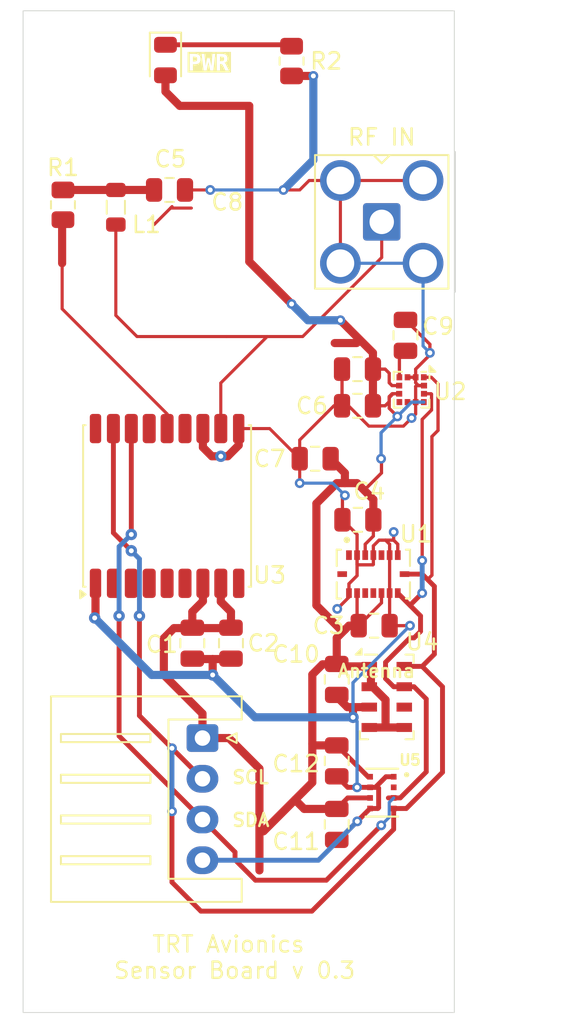
<source format=kicad_pcb>
(kicad_pcb (version 20240108) (generator "pcbnew") (generator_version "8.0")
  (layers (0 "F.Cu" signal) (31 "B.Cu" signal) (34 "B.Paste" user) (35 "F.Paste" user) (36 "B.SilkS" user "B.Silkscreen") (37 "F.SilkS" user "F.Silkscreen") (38 "B.Mask" user) (39 "F.Mask" user) (44 "Edge.Cuts" user))
  (net 0 "")
  (net 1 "GND")
  (net 2 "+3.3V")
  (net 3 "/RF_IN")
  (net 4 "/Antenna Power")
  (net 5 "Net-(U2-C1)")
  (net 7 "Net-(D1-K)")
  (net 8 "/VCC_RF")
  (net 14 "SCL1")
  (net 15 "SDA1")
  (footprint "Capacitor_SMD:C_0805_2012Metric" (layer "F.Cu") (at 106.575 80.25)
    (property "Reference" "C3" (at -2.8 0 0) (layer "F.SilkS"))
    (property "Value" "100n")
    (pad "1" smd roundrect (at -0.95 0) (size 1 1.45) (layers "F.Cu" "F.Paste" "F.Mask") (net 2 "+3.3V"))
    (pad "2" smd roundrect (at 0.95 0) (size 1 1.45) (layers "F.Cu" "F.Paste" "F.Mask") (net 1 "GND"))
  )
  (footprint "LED_SMD:LED_0805_2012Metric" (layer "F.Cu") (at 93.75 45.525 -90)
    (property "Reference" "D1" (hide yes))
    (property "Value" "PWR")
    (pad "1" smd roundrect (at -0.9375 0 270) (size 0.975 1.4) (layers "F.Cu" "F.Paste" "F.Mask") (net 7 "Net-(D1-K)"))
    (pad "2" smd roundrect (at 0.9375 0 270) (size 0.975 1.4) (layers "F.Cu" "F.Paste" "F.Mask") (net 2 "+3.3V"))
  )
  (footprint "BMI088:PQFN50P450X300X100-16N" (layer "F.Cu") (at 106.525 77.085)
    (property "Reference" "U1" (at 2.625 -2.46 0) (layer "F.SilkS"))
    (property "Value" "BMI088")
    (pad "1" smd rect (at -1.5 -1.165) (size 0.35 0.59) (layers "F.Cu" "F.Paste" "F.Mask"))
    (pad "2" smd rect (at -1 -1.165) (size 0.35 0.59) (layers "F.Cu" "F.Paste" "F.Mask") (net 1 "GND"))
    (pad "3" smd rect (at -0.5 -1.165) (size 0.35 0.59) (layers "F.Cu" "F.Paste" "F.Mask") (net 2 "+3.3V"))
    (pad "4" smd rect (at 0 -1.165) (size 0.35 0.59) (layers "F.Cu" "F.Paste" "F.Mask") (net 1 "GND"))
    (pad "5" smd rect (at 0.5 -1.165) (size 0.35 0.59) (layers "F.Cu" "F.Paste" "F.Mask"))
    (pad "6" smd rect (at 1 -1.165) (size 0.35 0.59) (layers "F.Cu" "F.Paste" "F.Mask") (net 1 "GND"))
    (pad "7" smd rect (at 1.5 -1.165) (size 0.35 0.59) (layers "F.Cu" "F.Paste" "F.Mask") (net 1 "GND"))
    (pad "8" smd rect (at 1.915 0) (size 0.59 0.35) (layers "F.Cu" "F.Paste" "F.Mask") (net 14 "SCL1"))
    (pad "9" smd rect (at 1.5 1.165) (size 0.35 0.59) (layers "F.Cu" "F.Paste" "F.Mask") (net 15 "SDA1"))
    (pad "10" smd rect (at 1 1.165) (size 0.35 0.59) (layers "F.Cu" "F.Paste" "F.Mask") (net 1 "GND"))
    (pad "11" smd rect (at 0.5 1.165) (size 0.35 0.59) (layers "F.Cu" "F.Paste" "F.Mask") (net 2 "+3.3V"))
    (pad "12" smd rect (at 0 1.165) (size 0.35 0.59) (layers "F.Cu" "F.Paste" "F.Mask"))
    (pad "13" smd rect (at -0.5 1.165) (size 0.35 0.59) (layers "F.Cu" "F.Paste" "F.Mask"))
    (pad "14" smd rect (at -1 1.165) (size 0.35 0.59) (layers "F.Cu" "F.Paste" "F.Mask") (net 2 "+3.3V"))
    (pad "15" smd rect (at -1.5 1.165) (size 0.35 0.59) (layers "F.Cu" "F.Paste" "F.Mask") (net 1 "GND"))
    (pad "16" smd rect (at -1.915 0) (size 0.59 0.35) (layers "F.Cu" "F.Paste" "F.Mask"))
  )
  (footprint "Capacitor_SMD:C_0805_2012Metric" (layer "F.Cu") (at 104.275 83.55 -90)
    (property "Reference" "C10" (at -1.55 2.5 180) (layer "F.SilkS"))
    (property "Value" "100n")
    (pad "1" smd roundrect (at -0.95 0 270) (size 1 1.45) (layers "F.Cu" "F.Paste" "F.Mask") (net 2 "+3.3V"))
    (pad "2" smd roundrect (at 0.95 0 270) (size 1 1.45) (layers "F.Cu" "F.Paste" "F.Mask") (net 1 "GND"))
  )
  (footprint "MountingHole:MountingHole_2.2mm_M2" (layer "F.Cu") (at 87.75 45.775)
    (property "Reference" "H2")
    (property "Value" "MountingHole")
    (pad "" np_thru_hole circle (at 0 0) (size 2.2 2.2) (drill 2.2) (layers "*.Cu" "*.Mask"))
  )
  (footprint "Capacitor_SMD:C_0805_2012Metric" (layer "F.Cu") (at 108.5 62.425 90)
    (property "Reference" "C9" (at 0.55 2 180) (layer "F.SilkS"))
    (property "Value" "100n")
    (pad "1" smd roundrect (at -0.95 0 90) (size 1 1.45) (layers "F.Cu" "F.Paste" "F.Mask") (net 5 "Net-(U2-C1)"))
    (pad "2" smd roundrect (at 0.95 0 90) (size 1 1.45) (layers "F.Cu" "F.Paste" "F.Mask") (net 1 "GND"))
  )
  (footprint "Inductor_SMD:L_0805_2012Metric" (layer "F.Cu") (at 90.7 54.5625 -90)
    (property "Reference" "L1" (at 1.0625 -1.875 360) (layer "F.SilkS"))
    (property "Value" "27n")
    (pad "1" smd roundrect (at -1.0625 0 270) (size 0.875 1.2) (layers "F.Cu" "F.Paste" "F.Mask") (net 4 "/Antenna Power"))
    (pad "2" smd roundrect (at 1.0625 0 270) (size 0.875 1.2) (layers "F.Cu" "F.Paste" "F.Mask") (net 3 "/RF_IN"))
  )
  (footprint "Capacitor_SMD:C_0805_2012Metric" (layer "F.Cu") (at 94 53.5)
    (property "Reference" "C8" (at 3.55 0.75 360) (layer "F.SilkS"))
    (property "Value" "10n")
    (pad "1" smd roundrect (at -0.95 0) (size 1 1.45) (layers "F.Cu" "F.Paste" "F.Mask") (net 4 "/Antenna Power"))
    (pad "2" smd roundrect (at 0.95 0) (size 1 1.45) (layers "F.Cu" "F.Paste" "F.Mask") (net 1 "GND"))
  )
  (footprint "Resistor_SMD:R_0805_2012Metric" (layer "F.Cu") (at 101.5 45.5875 -90)
    (property "Reference" "R2" (at 0 -2.125 180) (layer "F.SilkS"))
    (property "Value" "??")
    (pad "1" smd roundrect (at -0.9125 0 270) (size 1.025 1.4) (layers "F.Cu" "F.Paste" "F.Mask") (roundrect_rratio 0.243902) (net 7 "Net-(D1-K)"))
    (pad "2" smd roundrect (at 0.9125 0 270) (size 1.025 1.4) (layers "F.Cu" "F.Paste" "F.Mask") (roundrect_rratio 0.243902) (net 1 "GND"))
  )
  (footprint "MountingHole:MountingHole_2.2mm_M2" (layer "F.Cu") (at 108.25 100.775)
    (property "Reference" "H4")
    (property "Value" "MountingHole")
    (pad "" np_thru_hole circle (at 0 0) (size 2.2 2.2) (drill 2.2) (layers "*.Cu" "*.Mask"))
  )
  (footprint "Capacitor_SMD:C_0805_2012Metric" (layer "F.Cu") (at 105.55 66.75 180)
    (property "Reference" "C6" (at 2.8 0 0) (layer "F.SilkS"))
    (property "Value" "100n")
    (pad "1" smd roundrect (at -0.95 0 180) (size 1 1.45) (layers "F.Cu" "F.Paste" "F.Mask") (net 2 "+3.3V"))
    (pad "2" smd roundrect (at 0.95 0 180) (size 1 1.45) (layers "F.Cu" "F.Paste" "F.Mask") (net 1 "GND"))
  )
  (footprint "Capacitor_SMD:C_0805_2012Metric" (layer "F.Cu") (at 97.775 81.325 -90)
    (property "Reference" "C2" (at 0 -2 180) (layer "F.SilkS"))
    (property "Value" "100n")
    (pad "1" smd roundrect (at -0.95 0 270) (size 1 1.45) (layers "F.Cu" "F.Paste" "F.Mask") (net 2 "+3.3V"))
    (pad "2" smd roundrect (at 0.95 0 270) (size 1 1.45) (layers "F.Cu" "F.Paste" "F.Mask") (net 1 "GND"))
  )
  (footprint "Package_LGA:LGA-8_3x5mm_P1.25mm" (layer "F.Cu") (at 107.35 84.625)
    (property "Reference" "U4" (at 2.175 -3.375 0) (layer "F.SilkS"))
    (property "Value" "MS5611-01BA")
    (pad "1" smd rect (at -1.075 -1.875) (size 0.95 0.55) (layers "F.Cu" "F.Paste" "F.Mask") (net 2 "+3.3V"))
    (pad "2" smd rect (at -1.075 -0.625) (size 0.95 0.55) (layers "F.Cu" "F.Paste" "F.Mask") (net 2 "+3.3V"))
    (pad "3" smd rect (at -1.075 0.625) (size 0.95 0.55) (layers "F.Cu" "F.Paste" "F.Mask") (net 1 "GND"))
    (pad "4" smd rect (at -1.075 1.875) (size 0.95 0.55) (layers "F.Cu" "F.Paste" "F.Mask") (net 2 "+3.3V"))
    (pad "5" smd rect (at 1.075 1.875) (size 0.95 0.55) (layers "F.Cu" "F.Paste" "F.Mask") (net 2 "+3.3V"))
    (pad "6" smd rect (at 1.075 0.625) (size 0.95 0.55) (layers "F.Cu" "F.Paste" "F.Mask"))
    (pad "7" smd rect (at 1.075 -0.625) (size 0.95 0.55) (layers "F.Cu" "F.Paste" "F.Mask") (net 15 "SDA1"))
    (pad "8" smd rect (at 1.075 -1.875) (size 0.95 0.55) (layers "F.Cu" "F.Paste" "F.Mask") (net 14 "SCL1"))
  )
  (footprint "Capacitor_SMD:C_0805_2012Metric" (layer "F.Cu") (at 104.275 88.55 -90)
    (property "Reference" "C12" (at 0.175 2.5 180) (layer "F.SilkS"))
    (property "Value" "100n")
    (pad "1" smd roundrect (at -0.95 0 270) (size 1 1.45) (layers "F.Cu" "F.Paste" "F.Mask") (net 2 "+3.3V"))
    (pad "2" smd roundrect (at 0.95 0 270) (size 1 1.45) (layers "F.Cu" "F.Paste" "F.Mask") (net 1 "GND"))
  )
  (footprint "Connector_JST:JST_XH_S4B-XH-A_1x04_P2.50mm_Horizontal" (layer "F.Cu") (at 96.025 87.15 -90)
    (property "Reference" "J1" (hide yes))
    (property "Value" "I2C")
    (pad "1" thru_hole roundrect (at 0 0 270) (size 1.7 1.95) (drill 0.95) (layers "*.Cu" "*.Mask") (roundrect_rratio 0.147059) (net 2 "+3.3V"))
    (pad "2" thru_hole oval (at 2.5 0 270) (size 1.7 1.95) (drill 0.95) (layers "*.Cu" "*.Mask") (net 14 "SCL1"))
    (pad "3" thru_hole oval (at 5 0 270) (size 1.7 1.95) (drill 0.95) (layers "*.Cu" "*.Mask") (net 15 "SDA1"))
    (pad "4" thru_hole oval (at 7.5 0 270) (size 1.7 1.95) (drill 0.95) (layers "*.Cu" "*.Mask") (net 1 "GND"))
  )
  (footprint "MountingHole:MountingHole_2.2mm_M2" (layer "F.Cu") (at 87.75 100.775)
    (property "Reference" "H3")
    (property "Value" "MountingHole")
    (pad "" np_thru_hole circle (at 0 0) (size 2.2 2.2) (drill 2.2) (layers "*.Cu" "*.Mask"))
  )
  (footprint "Capacitor_SMD:C_0805_2012Metric" (layer "F.Cu") (at 105.575 73.75 180)
    (property "Reference" "C4" (at -0.7 1.75 0) (layer "F.SilkS"))
    (property "Value" "100n")
    (pad "1" smd roundrect (at -0.95 0 180) (size 1 1.45) (layers "F.Cu" "F.Paste" "F.Mask") (net 2 "+3.3V"))
    (pad "2" smd roundrect (at 0.95 0 180) (size 1 1.45) (layers "F.Cu" "F.Paste" "F.Mask") (net 1 "GND"))
  )
  (footprint "Connector_Coaxial:SMA_Amphenol_901-143_Horizontal" (layer "F.Cu") (at 107.04 55.46 -90)
    (property "Reference" "RF IN" (at -5.2 0 0) (layer "F.SilkS"))
    (property "Value" "SMA")
    (fp_line (start 4.3 -4.5) (end -4.3 -4.5) (stroke (width 0.1)) (layer "Edge.Cuts"))
    (pad "1" thru_hole roundrect (at 0 0 270) (size 2.3 2.3) (drill 1.5) (layers "*.Cu" "*.Mask") (roundrect_rratio 0.087) (net 3 "/RF_IN"))
    (pad "2" thru_hole circle (at -2.54 -2.54 270) (size 2.5 2.5) (drill 1.7) (layers "*.Cu" "*.Mask") (net 1 "GND"))
    (pad "2" thru_hole circle (at -2.54 2.54 270) (size 2.5 2.5) (drill 1.7) (layers "*.Cu" "*.Mask") (net 1 "GND"))
    (pad "2" thru_hole circle (at 2.54 -2.54 270) (size 2.5 2.5) (drill 1.7) (layers "*.Cu" "*.Mask") (net 1 "GND"))
    (pad "2" thru_hole circle (at 2.54 2.54 270) (size 2.5 2.5) (drill 1.7) (layers "*.Cu" "*.Mask") (net 1 "GND"))
  )
  (footprint "Capacitor_SMD:C_0805_2012Metric" (layer "F.Cu") (at 105.55 64.5 180)
    (property "Reference" "C5" (at 11.5 12.9 0) (layer "F.SilkS"))
    (property "Value" "100n")
    (pad "1" smd roundrect (at -0.95 0 180) (size 1 1.45) (layers "F.Cu" "F.Paste" "F.Mask") (net 2 "+3.3V"))
    (pad "2" smd roundrect (at 0.95 0 180) (size 1 1.45) (layers "F.Cu" "F.Paste" "F.Mask") (net 1 "GND"))
  )
  (footprint "RF_GPS:ublox_MAX" (layer "F.Cu") (at 93.85 72.9 90)
    (property "Reference" "U3" (at -4.25 6.3 180) (layer "F.SilkS"))
    (property "Value" "MAX-M10S")
    (pad "1" smd roundrect (at -4.75 -4.4 90) (size 1.8 0.7) (layers "F.Cu" "F.Paste" "F.Mask") (net 1 "GND"))
    (pad "2" smd roundrect (at -4.75 -3.3 90) (size 1.8 0.8) (layers "F.Cu" "F.Paste" "F.Mask"))
    (pad "3" smd roundrect (at -4.75 -2.2 90) (size 1.8 0.8) (layers "F.Cu" "F.Paste" "F.Mask"))
    (pad "4" smd roundrect (at -4.75 -1.1 90) (size 1.8 0.8) (layers "F.Cu" "F.Paste" "F.Mask"))
    (pad "5" smd roundrect (at -4.75 0 90) (size 1.8 0.8) (layers "F.Cu" "F.Paste" "F.Mask"))
    (pad "6" smd roundrect (at -4.75 1.1 90) (size 1.8 0.8) (layers "F.Cu" "F.Paste" "F.Mask"))
    (pad "7" smd roundrect (at -4.75 2.2 90) (size 1.8 0.8) (layers "F.Cu" "F.Paste" "F.Mask") (net 2 "+3.3V"))
    (pad "8" smd roundrect (at -4.75 3.3 90) (size 1.8 0.8) (layers "F.Cu" "F.Paste" "F.Mask") (net 2 "+3.3V"))
    (pad "9" smd roundrect (at -4.75 4.4 90) (size 1.8 0.7) (layers "F.Cu" "F.Paste" "F.Mask"))
    (pad "10" smd roundrect (at 4.75 4.4 90) (size 1.8 0.7) (layers "F.Cu" "F.Paste" "F.Mask") (net 1 "GND"))
    (pad "11" smd roundrect (at 4.75 3.3 90) (size 1.8 0.8) (layers "F.Cu" "F.Paste" "F.Mask") (net 3 "/RF_IN"))
    (pad "12" smd roundrect (at 4.75 2.2 90) (size 1.8 0.8) (layers "F.Cu" "F.Paste" "F.Mask") (net 1 "GND"))
    (pad "13" smd roundrect (at 4.75 1.1 90) (size 1.8 0.8) (layers "F.Cu" "F.Paste" "F.Mask"))
    (pad "14" smd roundrect (at 4.75 0 90) (size 1.8 0.8) (layers "F.Cu" "F.Paste" "F.Mask") (net 8 "/VCC_RF"))
    (pad "15" smd roundrect (at 4.75 -1.1 90) (size 1.8 0.8) (layers "F.Cu" "F.Paste" "F.Mask"))
    (pad "16" smd roundrect (at 4.75 -2.2 90) (size 1.8 0.8) (layers "F.Cu" "F.Paste" "F.Mask") (net 15 "SDA1"))
    (pad "17" smd roundrect (at 4.75 -3.3 90) (size 1.8 0.8) (layers "F.Cu" "F.Paste" "F.Mask") (net 14 "SCL1"))
    (pad "18" smd roundrect (at 4.75 -4.4 90) (size 1.8 0.7) (layers "F.Cu" "F.Paste" "F.Mask"))
  )
  (footprint "Capacitor_SMD:C_0805_2012Metric" (layer "F.Cu") (at 102.95 70 180)
    (property "Reference" "C7" (at 2.8 0 180) (layer "F.SilkS"))
    (property "Value" "1u")
    (pad "1" smd roundrect (at -0.95 0 180) (size 1 1.45) (layers "F.Cu" "F.Paste" "F.Mask") (net 2 "+3.3V"))
    (pad "2" smd roundrect (at 0.95 0 180) (size 1 1.45) (layers "F.Cu" "F.Paste" "F.Mask") (net 1 "GND"))
  )
  (footprint "Resistor_SMD:R_0805_2012Metric" (layer "F.Cu") (at 87.45 54.4125 90)
    (property "Reference" "R1" (at 2.2875 0 360) (layer "F.SilkS"))
    (property "Value" "10R")
    (pad "1" smd roundrect (at -0.9125 0 90) (size 1.025 1.4) (layers "F.Cu" "F.Paste" "F.Mask") (roundrect_rratio 0.243902) (net 8 "/VCC_RF"))
    (pad "2" smd roundrect (at 0.9125 0 90) (size 1.025 1.4) (layers "F.Cu" "F.Paste" "F.Mask") (roundrect_rratio 0.243902) (net 4 "/Antenna Power"))
  )
  (footprint "DPS310XTSA1:XDCR_DPS310XTSA1" (layer "F.Cu") (at 107.05 90.5)
    (property "Reference" "U5" (at 1.725 -2 0) (layer "F.SilkS") (effects (font (size 0.64 0.64))))
    (property "Value" "DPS310")
    (pad "1" smd rect (at 0.725 -0.975) (size 0.35 0.35) (layers "F.Cu" "F.Mask") (net 1 "GND"))
    (pad "2" smd rect (at 0.725 -0.325) (size 0.35 0.35) (layers "F.Cu" "F.Mask"))
    (pad "3" smd rect (at 0.725 0.325) (size 0.35 0.35) (layers "F.Cu" "F.Mask") (net 15 "SDA1"))
    (pad "4" smd rect (at 0.725 0.975) (size 0.35 0.35) (layers "F.Cu" "F.Mask") (net 14 "SCL1"))
    (pad "5" smd rect (at -0.725 0.975) (size 0.35 0.35) (layers "F.Cu" "F.Mask") (net 1 "GND"))
    (pad "6" smd rect (at -0.725 0.325) (size 0.35 0.35) (layers "F.Cu" "F.Mask") (net 2 "+3.3V"))
    (pad "7" smd rect (at -0.725 -0.325) (size 0.35 0.35) (layers "F.Cu" "F.Mask") (net 1 "GND"))
    (pad "8" smd rect (at -0.725 -0.975) (size 0.35 0.35) (layers "F.Cu" "F.Mask") (net 2 "+3.3V"))
  )
  (footprint "MountingHole:MountingHole_2.2mm_M2" (layer "F.Cu") (at 108.25 45.775)
    (property "Reference" "H1")
    (property "Value" "MountingHole")
    (pad "" np_thru_hole circle (at 0 0) (size 2.2 2.2) (drill 2.2) (layers "*.Cu" "*.Mask"))
  )
  (footprint "Capacitor_SMD:C_0805_2012Metric" (layer "F.Cu") (at 104.275 92.45 -90)
    (property "Reference" "C11" (at 1.05 2.5 180) (layer "F.SilkS"))
    (property "Value" "100n")
    (pad "1" smd roundrect (at -0.95 0 270) (size 1 1.45) (layers "F.Cu" "F.Paste" "F.Mask") (net 2 "+3.3V"))
    (pad "2" smd roundrect (at 0.95 0 270) (size 1 1.45) (layers "F.Cu" "F.Paste" "F.Mask") (net 1 "GND"))
  )
  (footprint "Package_LGA:LGA-12_2x2mm_P0.5mm" (layer "F.Cu") (at 108.875 65.7625 -90)
    (property "Reference" "U2" (at 0.1125 -2.375 180) (layer "F.SilkS"))
    (property "Value" "LIS3MDL")
    (pad "1" smd rect (at -0.7625 -0.75 270) (size 0.375 0.35) (layers "F.Cu" "F.Paste" "F.Mask") (net 14 "SCL1"))
    (pad "2" smd rect (at -0.7625 -0.25 270) (size 0.375 0.35) (layers "F.Cu" "F.Paste" "F.Mask") (net 1 "GND"))
    (pad "3" smd rect (at -0.7625 0.25 270) (size 0.375 0.35) (layers "F.Cu" "F.Paste" "F.Mask") (net 1 "GND"))
    (pad "4" smd rect (at -0.7625 0.75 270) (size 0.375 0.35) (layers "F.Cu" "F.Paste" "F.Mask") (net 5 "Net-(U2-C1)"))
    (pad "5" smd rect (at -0.25 0.7625) (size 0.375 0.35) (layers "F.Cu" "F.Paste" "F.Mask") (net 2 "+3.3V"))
    (pad "6" smd rect (at 0.25 0.7625) (size 0.375 0.35) (layers "F.Cu" "F.Paste" "F.Mask") (net 2 "+3.3V"))
    (pad "7" smd rect (at 0.7625 0.75 270) (size 0.375 0.35) (layers "F.Cu" "F.Paste" "F.Mask"))
    (pad "8" smd rect (at 0.7625 0.25 270) (size 0.375 0.35) (layers "F.Cu" "F.Paste" "F.Mask"))
    (pad "9" smd rect (at 0.7625 -0.25 270) (size 0.375 0.35) (layers "F.Cu" "F.Paste" "F.Mask") (net 1 "GND"))
    (pad "10" smd rect (at 0.7625 -0.75 270) (size 0.375 0.35) (layers "F.Cu" "F.Paste" "F.Mask") (net 2 "+3.3V"))
    (pad "11" smd rect (at 0.25 -0.7625) (size 0.375 0.35) (layers "F.Cu" "F.Paste" "F.Mask") (net 15 "SDA1"))
    (pad "12" smd rect (at -0.25 -0.7625) (size 0.375 0.35) (layers "F.Cu" "F.Paste" "F.Mask") (net 1 "GND"))
  )
  (footprint "Capacitor_SMD:C_0805_2012Metric" (layer "F.Cu") (at 95.4 81.325 -90)
    (property "Reference" "C1" (at 0.075 1.875 180) (layer "F.SilkS"))
    (property "Value" "100n")
    (pad "1" smd roundrect (at -0.95 0 270) (size 1 1.45) (layers "F.Cu" "F.Paste" "F.Mask") (net 2 "+3.3V"))
    (pad "2" smd roundrect (at 0.95 0 270) (size 1 1.45) (layers "F.Cu" "F.Paste" "F.Mask") (net 1 "GND"))
  )
  (gr_rect (start 85 42.5) (end 111.5 104) (stroke (width 0.05)) (fill none) (layer "Edge.Cuts"))
  (gr_text "Antenna" (at 104.25 83.5 0) (layer "F.SilkS") (effects (font (size 0.8 0.8) (thickness 0.153)) (justify left bottom)))
  (gr_text "SDA" (at 97.775 92.65 0) (layer "F.SilkS") (effects (font (size 0.8 0.8) (thickness 0.153)) (justify left bottom)))
  (gr_text "SCL" (at 97.775 90.025 0) (layer "F.SilkS") (effects (font (size 0.8 0.8) (thickness 0.153)) (justify left bottom)))
  (gr_text "PWR" (at 95.125 46.3375 0) (layer "F.SilkS" knockout) (effects (font (size 1 1) (thickness 0.25) (bold yes)) (justify left bottom)))
  (gr_text "TRT Avionics \nSensor Board v 0.3" (at 98 102 0) (layer "F.SilkS") (effects (font (size 1 1) (thickness 0.14)) (justify bottom)))
  (segment (start 109.125 65.5625) (end 109.175 65.5125) (width 0.2) (layer "F.Cu") (net 1))
  (segment (start 108.625 65) (end 109.125 65) (width 0.2) (layer "F.Cu") (net 1))
  (segment (start 105.025 78.25) (end 105.025 78.5) (width 0.2) (layer "F.Cu") (net 1))
  (segment (start 106.8 91.475) (end 106.85 91.425) (width 0.3) (layer "F.Cu") (net 1))
  (segment (start 107.775 89.525) (end 107.3 89.525) (width 0.3) (layer "F.Cu") (net 1))
  (segment (start 109.125 67.25) (end 108.875 67.5) (width 0.2) (layer "F.Cu") (net 1))
  (segment (start 109.175 65.5125) (end 109.5 65.5125) (width 0.2) (layer "F.Cu") (net 1))
  (segment (start 109.125 65) (end 109.125 64.5) (width 0.2) (layer "F.Cu") (net 1))
  (segment (start 105.525 76.5) (end 105.54 76.515) (width 0.2) (layer "F.Cu") (net 1))
  (segment (start 106.325 91.475) (end 106.8 91.475) (width 0.3) (layer "F.Cu") (net 1))
  (segment (start 106.85 91.425) (end 106.85 90.225) (width 0.3) (layer "F.Cu") (net 1))
  (segment (start 109.5 65.5125) (end 109.3 65.5125) (width 0.2) (layer "F.Cu") (net 1))
  (segment (start 105.54 76.515) (end 106.5 76.515) (width 0.2) (layer "F.Cu") (net 1))
  (segment (start 107.525 75.92) (end 107.525 75.25) (width 0.2) (layer "F.Cu") (net 1))
  (segment (start 105.525 77.18) (end 105.525 75.92) (width 0.2) (layer "F.Cu") (net 1))
  (segment (start 105.025 77.68) (end 105.525 77.18) (width 0.2) (layer "F.Cu") (net 1))
  (segment (start 109.125 65.3375) (end 109.125 65) (width 0.2) (layer "F.Cu") (net 1))
  (segment (start 101.5 46.5) (end 102.8375 46.5) (width 0.5) (layer "F.Cu") (net 1))
  (segment (start 106.8 90.175) (end 106.325 90.175) (width 0.3) (layer "F.Cu") (net 1))
  (segment (start 107.775 75) (end 107.775 74.5) (width 0.2) (layer "F.Cu") (net 1))
  (segment (start 107.275 75) (end 106.875 75) (width 0.2) (layer "F.Cu") (net 1))
  (segment (start 104.6 64.5) (end 104.6 66.75) (width 0.19) (layer "F.Cu") (net 1))
  (segment (start 105.5375 92.2625) (end 104.4 93.4) (width 0.3) (layer "F.Cu") (net 1))
  (segment (start 106.375 85.25) (end 105.275 85.25) (width 0.5) (layer "F.Cu") (net 1))
  (segment (start 95.525 82.3) (end 96.65 82.3) (width 0.5) (layer "F.Cu") (net 1))
  (segment (start 100.15 68.15) (end 98.25 68.15) (width 0.19) (layer "F.Cu") (net 1))
  (segment (start 104.625 72.4) (end 104.775 72.25) (width 0.2) (layer "F.Cu") (net 1))
  (segment (start 104.95 90.175) (end 104.275 89.5) (width 0.3) (layer "F.Cu") (net 1))
  (segment (start 109.125 66.625) (end 109.125 65.5625) (width 0.2) (layer "F.Cu") (net 1))
  (segment (start 102.58 52.92) (end 104.5 52.92) (width 0.19) (layer "F.Cu") (net 1))
  (segment (start 102 70) (end 102 71.5) (width 0.19) (layer "F.Cu") (net 1))
  (segment (start 107.775 75) (end 107.275 75) (width 0.2) (layer "F.Cu") (net 1))
  (segment (start 105.275 85.25) (end 104.925 85.25) (width 0.5) (layer "F.Cu") (net 1))
  (segment (start 107.05 89.775) (end 106.65 90.175) (width 0.3) (layer "F.Cu") (net 1))
  (segment (start 102 70) (end 102 68.85) (width 0.19) (layer "F.Cu") (net 1))
  (segment (start 106.525 76.49) (end 106.525 75.92) (width 0.2) (layer "F.Cu") (net 1))
  (segment (start 104.5 58) (end 104.5 52.92) (width 0.19) (layer "F.Cu") (net 1))
  (segment (start 105.025 78.5) (end 104.305331 79.219669) (width 0.2) (layer "F.Cu") (net 1))
  (segment (start 106.65 90.175) (end 106.325 90.175) (width 0.3) (layer "F.Cu") (net 1))
  (segment (start 110 62.975) (end 110 63.5) (width 0.2) (layer "F.Cu") (net 1))
  (segment (start 108.375 68) (end 108.875 67.5) (width 0.19) (layer "F.Cu") (net 1))
  (segment (start 107.525 78.25) (end 107.525 75.92) (width 0.2) (layer "F.Cu") (net 1))
  (segment (start 104.925 85.25) (end 104.2 84.525) (width 0.5) (layer "F.Cu") (net 1))
  (segment (start 107.525 80.25) (end 108.775 80.25) (width 0.2) (layer "F.Cu") (net 1))
  (segment (start 89.45 77.9) (end 89.45 79.725) (width 0.5) (layer "F.Cu") (net 1))
  (segment (start 105.525 75.92) (end 105.525 76.5) (width 0.2) (layer "F.Cu") (net 1))
  (segment (start 104.1 66.75) (end 104.6 66.75) (width 0.19) (layer "F.Cu") (net 1))
  (segment (start 96.65 82.3) (end 96.65 83.275) (width 0.5) (layer "F.Cu") (net 1))
  (segment (start 109.3 65.5125) (end 109.125 65.3375) (width 0.2) (layer "F.Cu") (net 1))
  (segment (start 104.4 93.4) (end 104.275 93.4) (width 0.3) (layer "F.Cu") (net 1))
  (segment (start 102.8375 46.5) (end 102.875 46.4625) (width 0.5) (layer "F.Cu") (net 1))
  (segment (start 109.125 66.525) (end 109.125 67.25) (width 0.2) (layer "F.Cu") (net 1))
  (segment (start 107.3 89.525) (end 107.05 89.775) (width 0.3) (layer "F.Cu") (net 1))
  (segment (start 96.65 82.3) (end 97.775 82.3) (width 0.5) (layer "F.Cu") (net 1))
  (segment (start 109.125 64.5) (end 110 63.625) (width 0.2) (layer "F.Cu") (net 1))
  (segment (start 109.175 65.5125) (end 109.6375 65.5125) (width 0.2) (layer "F.Cu") (net 1))
  (segment (start 106.5 76.515) (end 106.525 76.49) (width 0.2) (layer "F.Cu") (net 1))
  (segment (start 108.025 75.92) (end 108.025 75.25) (width 0.2) (layer "F.Cu") (net 1))
  (segment (start 102 68.85) (end 104.1 66.75) (width 0.19) (layer "F.Cu") (net 1))
  (segment (start 89.45 79.725) (end 89.4 79.775) (width 0.5) (layer "F.Cu") (net 1))
  (segment (start 97.575 69.85) (end 98.25 69.175) (width 0.5) (layer "F.Cu") (net 1))
  (segment (start 96.05 69.3) (end 96.6 69.85) (width 0.5) (layer "F.Cu") (net 1))
  (segment (start 105.525 90.175) (end 104.95 90.175) (width 0.3) (layer "F.Cu") (net 1))
  (segment (start 109.6375 65.5125) (end 109.5 65.5125) (width 0.2) (layer "F.Cu") (net 1))
  (segment (start 104.625 73.75) (end 104.625 72.4) (width 0.2) (layer "F.Cu") (net 1))
  (segment (start 105.025 78.25) (end 105.025 77.68) (width 0.2) (layer "F.Cu") (net 1))
  (segment (start 106.325 91.475) (end 105.5375 92.2625) (width 0.3) (layer "F.Cu") (net 1))
  (segment (start 107.525 78.25) (end 107.525 80.25) (width 0.2) (layer "F.Cu") (net 1))
  (segment (start 105.525 75.92) (end 105.525 74.65) (width 0.2) (layer "F.Cu") (net 1))
  (segment (start 106.875 75) (end 106.525 75.35) (width 0.2) (layer "F.Cu") (net 1))
  (segment (start 106.325 90.175) (end 105.525 90.175) (width 0.3) (layer "F.Cu") (net 1))
  (segment (start 105.525 74.65) (end 104.625 73.75) (width 0.2) (layer "F.Cu") (net 1))
  (segment (start 106.85 90.225) (end 106.8 90.175) (width 0.3) (layer "F.Cu") (net 1))
  (segment (start 107.525 75.25) (end 107.275 75) (width 0.2) (layer "F.Cu") (net 1))
  (segment (start 102 53.5) (end 102.58 52.92) (width 0.19) (layer "F.Cu") (net 1))
  (segment (start 106.247326 68) (end 108.375 68) (width 0.19) (layer "F.Cu") (net 1))
  (segment (start 102 70) (end 100.15 68.15) (width 0.19) (layer "F.Cu") (net 1))
  (segment (start 94.95 53.5) (end 96.5 53.5) (width 0.19) (layer "F.Cu") (net 1))
  (segment (start 96.05 68.4) (end 96.05 69.3) (width 0.5) (layer "F.Cu") (net 1))
  (segment (start 98.25 69.175) (end 98.25 68.4) (width 0.5) (layer "F.Cu") (net 1))
  (segment (start 109.58 52.92) (end 104.5 52.92) (width 0.19) (layer "F.Cu") (net 1))
  (segment (start 105.275 85.875) (end 105.275 85.25) (width 0.5) (layer "F.Cu") (net 1))
  (segment (start 96.6 69.85) (end 97.575 69.85) (width 0.5) (layer "F.Cu") (net 1))
  (segment (start 108.5 61.475) (end 110 62.975) (width 0.2) (layer "F.Cu") (net 1))
  (segment (start 108.025 75.25) (end 107.775 75) (width 0.2) (layer "F.Cu") (net 1))
  (segment (start 109.125 66.525) (end 109.125 66.625) (width 0.2) (layer "F.Cu") (net 1))
  (segment (start 104.6 64.5) (end 104.6 66.352674) (width 0.19) (layer "F.Cu") (net 1))
  (segment (start 110 63.625) (end 110 63.5) (width 0.2) (layer "F.Cu") (net 1))
  (segment (start 101 53.5) (end 102 53.5) (width 0.19) (layer "F.Cu") (net 1))
  (segment (start 106.525 75.35) (end 106.525 75.92) (width 0.2) (layer "F.Cu") (net 1))
  (segment (start 104.6 66.352674) (end 106.247326 68) (width 0.19) (layer "F.Cu") (net 1))
  (via (at 108.775 80.25) (size 0.6) (drill 0.3) (layers "F.Cu" "B.Cu") (net 1))
  (via (at 107.775 74.5) (size 0.6) (drill 0.3) (layers "F.Cu" "B.Cu") (net 1))
  (via (at 105.5375 92.2625) (size 0.6) (drill 0.3) (layers "F.Cu" "B.Cu") (net 1))
  (via (at 102.8375 46.5) (size 0.6) (drill 0.3) (layers "F.Cu" "B.Cu") (net 1))
  (via (at 89.4 79.775) (size 0.7) (drill 0.3) (layers "F.Cu" "B.Cu") (net 1))
  (via (at 104.305331 79.219669) (size 0.6) (drill 0.3) (layers "F.Cu" "B.Cu") (net 1))
  (via (at 104.775 72.25) (size 0.6) (drill 0.3) (layers "F.Cu" "B.Cu") (net 1))
  (via (at 105.525 90.175) (size 0.6) (drill 0.3) (layers "F.Cu" "B.Cu") (net 1))
  (via (at 102 71.5) (size 0.6) (drill 0.3) (layers "F.Cu" "B.Cu") (net 1))
  (via (at 105.275 85.875) (size 0.7) (drill 0.3) (layers "F.Cu" "B.Cu") (net 1))
  (via (at 96.5 53.5) (size 0.6) (drill 0.3) (layers "F.Cu" "B.Cu") (net 1))
  (via (at 110 63.5) (size 0.6) (drill 0.3) (layers "F.Cu" "B.Cu") (net 1))
  (via (at 97.15 69.85) (size 0.7) (drill 0.3) (layers "F.Cu" "B.Cu") (net 1))
  (via (at 108.875 67.5) (size 0.6) (drill 0.3) (layers "F.Cu" "B.Cu") (net 1))
  (via (at 101 53.5) (size 0.6) (drill 0.3) (layers "F.Cu" "B.Cu") (net 1))
  (via (at 96.65 83.275) (size 0.7) (drill 0.3) (layers "F.Cu" "B.Cu") (net 1))
  (segment (start 96.5 53.5) (end 101 53.5) (width 0.19) (layer "B.Cu") (net 1))
  (segment (start 105.525 86.125) (end 105.525 90.175) (width 0.2) (layer "B.Cu") (net 1))
  (segment (start 105.5375 92.2625) (end 103.15 94.65) (width 0.3) (layer "B.Cu") (net 1))
  (segment (start 105.275 83.75) (end 105.275 85.875) (width 0.2) (layer "B.Cu") (net 1))
  (segment (start 92.9 83.275) (end 96.65 83.275) (width 0.5) (layer "B.Cu") (net 1))
  (segment (start 104.025 71.5) (end 104.775 72.25) (width 0.19) (layer "B.Cu") (net 1))
  (segment (start 109.58 58) (end 104.5 58) (width 0.19) (layer "B.Cu") (net 1))
  (segment (start 102 71.5) (end 104.025 71.5) (width 0.19) (layer "B.Cu") (net 1))
  (segment (start 89.4 79.775) (end 92.9 83.275) (width 0.5) (layer "B.Cu") (net 1))
  (segment (start 103.15 94.65) (end 96.025 94.65) (width 0.3) (layer "B.Cu") (net 1))
  (segment (start 109.58 58) (end 109.58 63.08) (width 0.19) (layer "B.Cu") (net 1))
  (segment (start 102.8375 46.5) (end 102.8375 51.6625) (width 0.5) (layer "B.Cu") (net 1))
  (segment (start 102.8375 51.6625) (end 101 53.5) (width 0.5) (layer "B.Cu") (net 1))
  (segment (start 99.25 85.875) (end 105.275 85.875) (width 0.5) (layer "B.Cu") (net 1))
  (segment (start 109.58 63.08) (end 110 63.5) (width 0.19) (layer "B.Cu") (net 1))
  (segment (start 105.275 85.875) (end 105.525 86.125) (width 0.2) (layer "B.Cu") (net 1))
  (segment (start 108.775 80.25) (end 105.275 83.75) (width 0.2) (layer "B.Cu") (net 1))
  (segment (start 96.65 83.275) (end 99.25 85.875) (width 0.5) (layer "B.Cu") (net 1))
  (segment (start 93.65 81.025) (end 94.275 80.4) (width 0.5) (layer "F.Cu") (net 2))
  (segment (start 98.9 57.9) (end 101.5 60.5) (width 0.5) (layer "F.Cu") (net 2))
  (segment (start 107.5 65.3375) (end 107.5 64.75) (width 0.2) (layer "F.Cu") (net 2))
  (segment (start 106.325 90.825) (end 104.95 90.825) (width 0.3) (layer "F.Cu") (net 2))
  (segment (start 107.5 66.5) (end 107.25 66.75) (width 0.2) (layer "F.Cu") (net 2))
  (segment (start 101.7125 90.9375) (end 102.2125 90.4375) (width 0.5) (layer "F.Cu") (net 2))
  (segment (start 105.9625 71.9375) (end 106.525 72.5) (width 0.5) (layer "F.Cu") (net 2))
  (segment (start 106.475 84) (end 106.275 84) (width 0.5) (layer "F.Cu") (net 2))
  (segment (start 99.525 89.025) (end 99.525 95.275) (width 0.5) (layer "F.Cu") (net 2))
  (segment (start 106.325 89.525) (end 106.2 89.525) (width 0.3) (layer "F.Cu") (net 2))
  (segment (start 104.525 80.5) (end 103.025 79) (width 0.5) (layer "F.Cu") (net 2))
  (segment (start 102.275 91.5) (end 104.275 91.5) (width 0.5) (layer "F.Cu") (net 2))
  (segment (start 107.25 66.75) (end 106.5 66.75) (width 0.2) (layer "F.Cu") (net 2))
  (segment (start 104.275 81) (end 104.275 82.6) (width 0.5) (layer "F.Cu") (net 2))
  (segment (start 105.525 80.15) (end 105.625 80.25) (width 0.2) (layer "F.Cu") (net 2))
  (segment (start 102.775 83.25) (end 103.4 82.625) (width 0.5) (layer "F.Cu") (net 2))
  (segment (start 99.775 92.875) (end 101.7125 90.9375) (width 0.5) (layer "F.Cu") (net 2))
  (segment (start 107.5 66.1875) (end 107.5 66.905) (width 0.2) (layer "F.Cu") (net 2))
  (segment (start 95.525 80.4) (end 97.775 80.4) (width 0.5) (layer "F.Cu") (net 2))
  (segment (start 107.5 66.905) (end 108 67.405) (width 0.2) (layer "F.Cu") (net 2))
  (segment (start 105.625 80.25) (end 105.025 80.25) (width 0.5) (layer "F.Cu") (net 2))
  (segment (start 107.025 78.25) (end 107.025 78.85) (width 0.2) (layer "F.Cu") (net 2))
  (segment (start 106.525 74.75) (end 106.525 73.75) (width 0.2) (layer "F.Cu") (net 2))
  (segment (start 108.525 86.5) (end 107.275 86.5) (width 0.5) (layer "F.Cu") (net 2))
  (segment (start 94.275 80.4) (end 95.525 80.4) (width 0.5) (layer "F.Cu") (net 2))
  (segment (start 107.25 64.5) (end 106.5 64.5) (width 0.2) (layer "F.Cu") (net 2))
  (segment (start 96.05 77.9) (end 96.05 78.75) (width 0.5) (layer "F.Cu") (net 2))
  (segment (start 107.025 70.025) (end 107 70) (width 0.2) (layer "F.Cu") (net 2))
  (segment (start 104.275 87.6) (end 102.875 87.6) (width 0.5) (layer "F.Cu") (net 2))
  (segment (start 102.875 87.6) (end 102.775 87.5) (width 0.5) (layer "F.Cu") (net 2))
  (segment (start 108.1125 66.0125) (end 107.675 66.0125) (width 0.2) (layer "F.Cu") (net 2))
  (segment (start 93.65 83.275) (end 93.65 81.025) (width 0.5) (layer "F.Cu") (net 2))
  (segment (start 108.1125 65.5125) (end 107.675 65.5125) (width 0.2) (layer "F.Cu") (net 2))
  (segment (start 96.025 87.15) (end 96.025 85.65) (width 0.5) (layer "F.Cu") (net 2))
  (segment (start 98.9 48.3375) (end 98.9 57.9) (width 0.5) (layer "F.Cu") (net 2))
  (segment (start 106.375 82.75) (end 104.325 82.75) (width 0.5) (layer "F.Cu") (net 2))
  (segment (start 93.75 46.4625) (end 93.75 47.4625) (width 0.5) (layer "F.Cu") (net 2))
  (segment (start 104.325 82.75) (end 104.2 82.625) (width 0.5) (layer "F.Cu") (net 2))
  (segment (start 109.625 66.525) (end 109.6 66.5) (width 0.19) (layer "F.Cu") (net 2))
  (segment (start 102.775 87.5) (end 102.775 83.25) (width 0.5) (layer "F.Cu") (net 2))
  (segment (start 107.5 66.25) (end 107.5 66.5) (width 0.2) (layer "F.Cu") (net 2))
  (segment (start 107.025 78.85) (end 105.625 80.25) (width 0.2) (layer "F.Cu") (net 2))
  (segment (start 107.275 86.5) (end 106.375 86.5) (width 0.5) (layer "F.Cu") (net 2))
  (segment (start 104.775 71.5) (end 105.525 71.5) (width 0.5) (layer "F.Cu") (net 2))
  (segment (start 103.025 72.75) (end 104.275 71.5) (width 0.5) (layer "F.Cu") (net 2))
  (segment (start 107.5 64.75) (end 107.25 64.5) (width 0.2) (layer "F.Cu") (net 2))
  (segment (start 104.15 62.9) (end 105.5 62.9) (width 0.5) (layer "F.Cu") (net 2))
  (segment (start 105.025 80.25) (end 104.775 80.5) (width 0.5) (layer "F.Cu") (net 2))
  (segment (start 103.4 82.625) (end 104.2 82.625) (width 0.5) (layer "F.Cu") (net 2))
  (segment (start 97.775 79.4) (end 97.775 80.275) (width 0.5) (layer "F.Cu") (net 2))
  (segment (start 106.025 75.92) (end 106.025 75.25) (width 0.2) (layer "F.Cu") (net 2))
  (segment (start 104.275 71.5) (end 104.775 71.5) (width 0.5) (layer "F.Cu") (net 2))
  (segment (start 106.375 84) (end 106.375 82.75) (width 0.5) (layer "F.Cu") (net 2))
  (segment (start 96.025 85.65) (end 93.65 83.275) (width 0.5) (layer "F.Cu") (net 2))
  (segment (start 107.675 65.5125) (end 107.5 65.3375) (width 0.2) (layer "F.Cu") (net 2))
  (segment (start 106.025 75.25) (end 106.525 74.75) (width 0.2) (layer "F.Cu") (net 2))
  (segment (start 108.1125 66.0125) (end 107.7375 66.0125) (width 0.2) (layer "F.Cu") (net 2))
  (segment (start 96.05 78.75) (end 95.4 79.4) (width 0.5) (layer "F.Cu") (net 2))
  (segment (start 104.775 70.875) (end 103.9 70) (width 0.5) (layer "F.Cu") (net 2))
  (segment (start 94.625 48.3375) (end 98.9 48.3375) (width 0.5) (layer "F.Cu") (net 2))
  (segment (start 106.2 89.525) (end 104.275 87.6) (width 0.3) (layer "F.Cu") (net 2))
  (segment (start 104.95 90.825) (end 104.275 91.5) (width 0.3) (layer "F.Cu") (net 2))
  (segment (start 96.025 87.15) (end 97.65 87.15) (width 0.5) (layer "F.Cu") (net 2))
  (segment (start 106.525 72.5) (end 106.525 73.75) (width 0.5) (layer "F.Cu") (net 2))
  (segment (start 106.5 63.5) (end 106.5 64.5) (width 0.5) (layer "F.Cu") (net 2))
  (segment (start 106.5 66.75) (end 106.5 64.5) (width 0.5) (layer "F.Cu") (net 2))
  (segment (start 104.775 80.5) (end 104.275 81) (width 0.5) (layer "F.Cu") (net 2))
  (segment (start 107.025 70.875) (end 107.025 70.025) (width 0.2) (layer "F.Cu") (net 2))
  (segment (start 97.15 77.9) (end 97.15 78.775) (width 0.5) (layer "F.Cu") (net 2))
  (segment (start 105.525 71.5) (end 105.9625 71.9375) (width 0.5) (layer "F.Cu") (net 2))
  (segment (start 106.5 63.5) (end 105 62) (width 0.5) (layer "F.Cu") (net 2))
  (segment (start 107.275 86.5) (end 107.275 84.8) (width 0.5) (layer "F.Cu") (net 2))
  (segment (start 101.7125 90.9375) (end 102.275 91.5) (width 0.5) (layer "F.Cu") (net 2))
  (segment (start 97.65 87.15) (end 99.525 89.025) (width 0.5) (layer "F.Cu") (net 2))
  (segment (start 97.15 78.775) (end 97.775 79.4) (width 0.5) (layer "F.Cu") (net 2))
  (segment (start 107.675 66.0125) (end 107.5 66.1875) (width 0.2) (layer "F.Cu") (net 2))
  (segment (start 107.7375 66.0125) (end 107.5 66.25) (width 0.2) (layer "F.Cu") (net 2))
  (segment (start 107.025 70.875) (end 105.9625 71.9375) (width 0.2) (layer "F.Cu") (net 2))
  (segment (start 104.775 71.5) (end 104.775 70.875) (width 0.5) (layer "F.Cu") (net 2))
  (segment (start 102.775 89.875) (end 102.775 87.5) (width 0.5) (layer "F.Cu") (net 2))
  (segment (start 103.025 79) (end 103.025 72.75) (width 0.5) (layer "F.Cu") (net 2))
  (segment (start 93.75 47.4625) (end 94.625 48.3375) (width 0.5) (layer "F.Cu") (net 2))
  (segment (start 104.775 80.5) (end 104.525 80.5) (width 0.5) (layer "F.Cu") (net 2))
  (segment (start 107.275 84.8) (end 106.475 84) (width 0.5) (layer "F.Cu") (net 2))
  (segment (start 95.4 79.4) (end 95.4 80.4) (width 0.5) (layer "F.Cu") (net 2))
  (segment (start 109.595 66.5) (end 109.6 66.5) (width 0.19) (layer "F.Cu") (net 2))
  (segment (start 102.2125 90.4375) (end 102.775 89.875) (width 0.5) (layer "F.Cu") (net 2))
  (segment (start 105 62) (end 104.5 61.5) (width 0.5) (layer "F.Cu") (net 2))
  (segment (start 97.775 80.275) (end 97.65 80.4) (width 0.5) (layer "F.Cu") (net 2))
  (segment (start 105.525 78.25) (end 105.525 80.15) (width 0.2) (layer "F.Cu") (net 2))
  (via (at 101.5 60.5) (size 0.6) (drill 0.3) (layers "F.Cu" "B.Cu") (net 2))
  (via (at 107 70) (size 0.6) (drill 0.3) (layers "F.Cu" "B.Cu") (net 2))
  (via (at 104.5 61.5) (size 0.6) (drill 0.3) (layers "F.Cu" "B.Cu") (net 2))
  (via (at 108 67.405) (size 0.6) (drill 0.3) (layers "F.Cu" "B.Cu") (net 2))
  (segment (start 108 67.405) (end 108.88 66.525) (width 0.2) (layer "B.Cu") (net 2))
  (segment (start 107 70) (end 107 68.405) (width 0.2) (layer "B.Cu") (net 2))
  (segment (start 108.88 66.525) (end 109.625 66.525) (width 0.2) (layer "B.Cu") (net 2))
  (segment (start 102.5 61.5) (end 101.5 60.5) (width 0.5) (layer "B.Cu") (net 2))
  (segment (start 107 68.405) (end 108 67.405) (width 0.2) (layer "B.Cu") (net 2))
  (segment (start 104.5 61.5) (end 102.5 61.5) (width 0.5) (layer "B.Cu") (net 2))
  (segment (start 94.155 54.52) (end 94.0625 54.6125) (width 0.19) (layer "F.Cu") (net 3))
  (segment (start 102.18496 62.5) (end 107.04 57.64496) (width 0.19) (layer "F.Cu") (net 3))
  (segment (start 97.5 62.5) (end 100 62.5) (width 0.19) (layer "F.Cu") (net 3))
  (segment (start 90.7 55.625) (end 90.7 61.2) (width 0.19) (layer "F.Cu") (net 3))
  (segment (start 92 62.5) (end 97.5 62.5) (width 0.19) (layer "F.Cu") (net 3))
  (segment (start 95.340174 54.6125) (end 94.0625 54.6125) (width 0.19) (layer "F.Cu") (net 3))
  (segment (start 94.0625 54.6125) (end 93.05 55.625) (width 0.19) (layer "F.Cu") (net 3))
  (segment (start 100 62.5) (end 102.18496 62.5) (width 0.19) (layer "F.Cu") (net 3))
  (segment (start 107.04 57.64496) (end 107.04 55.46) (width 0.19) (layer "F.Cu") (net 3))
  (segment (start 97.15 68.15) (end 97.15 65.35) (width 0.19) (layer "F.Cu") (net 3))
  (segment (start 90.7 61.2) (end 92 62.5) (width 0.19) (layer "F.Cu") (net 3))
  (segment (start 97.15 65.35) (end 100 62.5) (width 0.19) (layer "F.Cu") (net 3))
  (segment (start 90.7 53.5) (end 93.2 53.5) (width 0.5) (layer "F.Cu") (net 4))
  (segment (start 87.45 53.5) (end 90.7 53.5) (width 0.5) (layer "F.Cu") (net 4))
  (segment (start 108.125 65) (end 108.125 63.75) (width 0.2) (layer "F.Cu") (net 5))
  (segment (start 108.125 63.75) (end 108.5 63.375) (width 0.2) (layer "F.Cu") (net 5))
  (segment (start 93.75 44.5875) (end 101.4125 44.5875) (width 0.3) (layer "F.Cu") (net 7))
  (segment (start 101.4125 44.5875) (end 101.5 44.675) (width 0.3) (layer "F.Cu") (net 7))
  (segment (start 87.4 58) (end 87.4 55.375) (width 0.5) (layer "F.Cu") (net 8))
  (segment (start 93.85 67.25) (end 87.4 60.8) (width 0.19) (layer "F.Cu") (net 8))
  (segment (start 93.85 68.15) (end 93.85 67.25) (width 0.19) (layer "F.Cu") (net 8))
  (segment (start 87.4 55.375) (end 87.45 55.325) (width 0.5) (layer "F.Cu") (net 8))
  (segment (start 87.4 60.8) (end 87.4 58) (width 0.19) (layer "F.Cu") (net 8))
  (segment (start 109.8575 77.4175) (end 110.275 77.835) (width 0.2) (layer "F.Cu") (net 14))
  (segment (start 109.525 82.75) (end 110.275 82) (width 0.3) (layer "F.Cu") (net 14))
  (segment (start 110.5 68.2625) (end 110.5 65.4125) (width 0.2) (layer "F.Cu") (net 14))
  (segment (start 109.279239 77.085) (end 108.44 77.085) (width 0.3) (layer "F.Cu") (net 14))
  (segment (start 107.775 91.475) (end 107.775 92.75) (width 0.3) (layer "F.Cu") (net 14))
  (segment (start 107.775 92.75) (end 102.75 97.775) (width 0.3) (layer "F.Cu") (net 14))
  (segment (start 108.55 91.475) (end 110.775 89.25) (width 0.3) (layer "F.Cu") (net 14))
  (segment (start 90.55 74.55) (end 90.55 68.4) (width 0.3) (layer "F.Cu") (net 14))
  (segment (start 94.15 87.775) (end 92.15 85.775) (width 0.3) (layer "F.Cu") (net 14))
  (segment (start 110.5 65.4125) (end 110.0875 65) (width 0.2) (layer "F.Cu") (net 14))
  (segment (start 110.775 84) (end 109.525 82.75) (width 0.3) (layer "F.Cu") (net 14))
  (segment (start 110.775 89.25) (end 110.775 84) (width 0.3) (layer "F.Cu") (net 14))
  (segment (start 92.15 85.775) (end 92.15 79.65) (width 0.3) (layer "F.Cu") (net 14))
  (segment (start 95.925 97.775) (end 94.15 96) (width 0.3) (layer "F.Cu") (net 14))
  (segment (start 107.775 91.475) (end 108.55 91.475) (width 0.3) (layer "F.Cu") (net 14))
  (segment (start 102.75 97.775) (end 95.925 97.775) (width 0.3) (layer "F.Cu") (net 14))
  (segment (start 110.125 68.6375) (end 110.125 77.15) (width 0.2) (layer "F.Cu") (net 14))
  (segment (start 110.275 82) (end 110.275 77.835) (width 0.3) (layer "F.Cu") (net 14))
  (segment (start 109.279239 77.085) (end 109.525 77.085) (width 0.3) (layer "F.Cu") (net 14))
  (segment (start 110.125 77.15) (end 109.8575 77.4175) (width 0.2) (layer "F.Cu") (net 14))
  (segment (start 110.275 77.835) (end 109.525 77.085) (width 0.3) (layer "F.Cu") (net 14))
  (segment (start 94.15 87.775) (end 96.025 89.65) (width 0.3) (layer "F.Cu") (net 14))
  (segment (start 91.65 75.65) (end 90.55 74.55) (width 0.3) (layer "F.Cu") (net 14))
  (segment (start 109.525 82.75) (end 108.425 82.75) (width 0.3) (layer "F.Cu") (net 14))
  (segment (start 94.15 91.65) (end 94.15 96) (width 0.3) (layer "F.Cu") (net 14))
  (segment (start 110.0875 65) (end 109.625 65) (width 0.2) (layer "F.Cu") (net 14))
  (segment (start 110.125 68.6375) (end 110.5 68.2625) (width 0.2) (layer "F.Cu") (net 14))
  (via (at 94.15 91.65) (size 0.6) (drill 0.3) (layers "F.Cu" "B.Cu") (net 14))
  (via (at 94.15 87.775) (size 0.6) (drill 0.3) (layers "F.Cu" "B.Cu") (net 14))
  (via (at 92.15 79.65) (size 0.7) (drill 0.3) (layers "F.Cu" "B.Cu") (net 14))
  (via (at 91.65 75.65) (size 0.7) (drill 0.3) (layers "F.Cu" "B.Cu") (net 14))
  (segment (start 91.65 75.65) (end 92.15 76.15) (width 0.3) (layer "B.Cu") (net 14))
  (segment (start 94.15 91.65) (end 94.15 87.775) (width 0.3) (layer "B.Cu") (net 14))
  (segment (start 92.15 76.15) (end 92.15 79.65) (width 0.3) (layer "B.Cu") (net 14))
  (segment (start 110.1 67.0125) (end 110.1 66.0375) (width 0.2) (layer "F.Cu") (net 15))
  (segment (start 109.425 80.6) (end 109.425 79.65) (width 0.3) (layer "F.Cu") (net 15))
  (segment (start 108.175 90.825) (end 107.45 90.825) (width 0.3) (layer "F.Cu") (net 15))
  (segment (start 110.075 66.0125) (end 109.6375 66.0125) (width 0.2) (layer "F.Cu") (net 15))
  (segment (start 107.275 82.5) (end 108.775 81) (width 0.3) (layer "F.Cu") (net 15))
  (segment (start 109.525 67.5875) (end 110.1 67.0125) (width 0.2) (layer "F.Cu") (net 15))
  (segment (start 107.025 92.490228) (end 103.640228 95.875) (width 0.3) (layer "F.Cu") (net 15))
  (segment (start 107.775 84) (end 107.275 83.5) (width 0.3) (layer "F.Cu") (net 15))
  (segment (start 109.775 89.225) (end 108.175 90.825) (width 0.3) (layer "F.Cu") (net 15))
  (segment (start 108.775 81) (end 109.025 81) (width 0.3) (layer "F.Cu") (net 15))
  (segment (start 109.525 78.25) (end 108.775 79) (width 0.3) (layer "F.Cu") (net 15))
  (segment (start 99.276472 95.875) (end 98.025 94.623528) (width 0.3) (layer "F.Cu") (net 15))
  (segment (start 98.025 94.623528) (end 98.025 94.15) (width 0.3) (layer "F.Cu") (net 15))
  (segment (start 90.9 87.025) (end 90.9 79.65) (width 0.3) (layer "F.Cu") (net 15))
  (segment (start 109.5125 78.25) (end 109.525 78.25) (width 0.3) (layer "F.Cu") (net 15))
  (segment (start 96.025 92.15) (end 90.9 87.025) (width 0.3) (layer "F.Cu") (net 15))
  (segment (start 110.1 66.0375) (end 110.075 66.0125) (width 0.2) (layer "F.Cu") (net 15))
  (segment (start 108.425 84) (end 107.775 84) (width 0.3) (layer "F.Cu") (net 15))
  (segment (start 109.775 84.75) (end 109.775 89.225) (width 0.3) (layer "F.Cu") (net 15))
  (segment (start 107.275 83.5) (end 107.275 82.5) (width 0.3) (layer "F.Cu") (net 15))
  (segment (start 109.025 84) (end 109.775 84.75) (width 0.3) (layer "F.Cu") (net 15))
  (segment (start 91.65 74.65) (end 91.65 68.4) (width 0.3) (layer "F.Cu") (net 15))
  (segment (start 109.425 79.65) (end 108.775 79) (width 0.3) (layer "F.Cu") (net 15))
  (segment (start 108.05 78.275) (end 108.05 78.2625) (width 0.3) (layer "F.Cu") (net 15))
  (segment (start 108.775 79) (end 108.05 78.275) (width 0.3) (layer "F.Cu") (net 15))
  (segment (start 95.65 92.15) (end 96.025 92.15) (width 0.3) (layer "F.Cu") (net 15))
  (segment (start 109.025 81) (end 109.425 80.6) (width 0.3) (layer "F.Cu") (net 15))
  (segment (start 103.640228 95.875) (end 99.276472 95.875) (width 0.3) (layer "F.Cu") (net 15))
  (segment (start 108.425 84) (end 109.025 84) (width 0.3) (layer "F.Cu") (net 15))
  (segment (start 98.025 94.15) (end 96.025 92.15) (width 0.3) (layer "F.Cu") (net 15))
  (segment (start 109.525 76.25) (end 109.525 67.5875) (width 0.2) (layer "F.Cu") (net 15))
  (via (at 90.9 79.65) (size 0.7) (drill 0.3) (layers "F.Cu" "B.Cu") (net 15))
  (via (at 107.007614 92.507614) (size 0.6) (drill 0.3) (layers "F.Cu" "B.Cu") (net 15))
  (via (at 109.525 76.25) (size 0.6) (drill 0.3) (layers "F.Cu" "B.Cu") (net 15))
  (via (at 91.65 74.65) (size 0.7) (drill 0.3) (layers "F.Cu" "B.Cu") (net 15))
  (via (at 109.525 78.25) (size 0.6) (drill 0.3) (layers "F.Cu" "B.Cu") (net 15))
  (segment (start 107.5 91.1) (end 107.775 90.825) (width 0.19) (layer "B.Cu") (net 15))
  (segment (start 109.525 76.25) (end 109.525 78.25) (width 0.3) (layer "B.Cu") (net 15))
  (segment (start 90.9 75.4) (end 90.9 79.65) (width 0.3) (layer "B.Cu") (net 15))
  (segment (start 107.007614 92.507614) (end 107.5 92.015228) (width 0.19) (layer "B.Cu") (net 15))
  (segment (start 107.5 92.015228) (end 107.5 91.1) (width 0.19) (layer "B.Cu") (net 15))
  (segment (start 91.65 74.65) (end 90.9 75.4) (width 0.3) (layer "B.Cu") (net 15))
)
</source>
